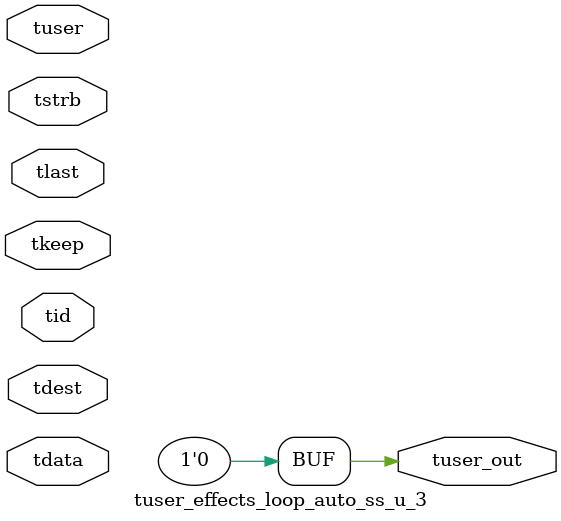
<source format=v>


`timescale 1ps/1ps

module tuser_effects_loop_auto_ss_u_3 #
(
parameter C_S_AXIS_TUSER_WIDTH = 1,
parameter C_S_AXIS_TDATA_WIDTH = 32,
parameter C_S_AXIS_TID_WIDTH   = 0,
parameter C_S_AXIS_TDEST_WIDTH = 0,
parameter C_M_AXIS_TUSER_WIDTH = 1
)
(
input  [(C_S_AXIS_TUSER_WIDTH == 0 ? 1 : C_S_AXIS_TUSER_WIDTH)-1:0     ] tuser,
input  [(C_S_AXIS_TDATA_WIDTH == 0 ? 1 : C_S_AXIS_TDATA_WIDTH)-1:0     ] tdata,
input  [(C_S_AXIS_TID_WIDTH   == 0 ? 1 : C_S_AXIS_TID_WIDTH)-1:0       ] tid,
input  [(C_S_AXIS_TDEST_WIDTH == 0 ? 1 : C_S_AXIS_TDEST_WIDTH)-1:0     ] tdest,
input  [(C_S_AXIS_TDATA_WIDTH/8)-1:0 ] tkeep,
input  [(C_S_AXIS_TDATA_WIDTH/8)-1:0 ] tstrb,
input                                                                    tlast,
output [C_M_AXIS_TUSER_WIDTH-1:0] tuser_out
);

assign tuser_out = {1'b0};

endmodule


</source>
